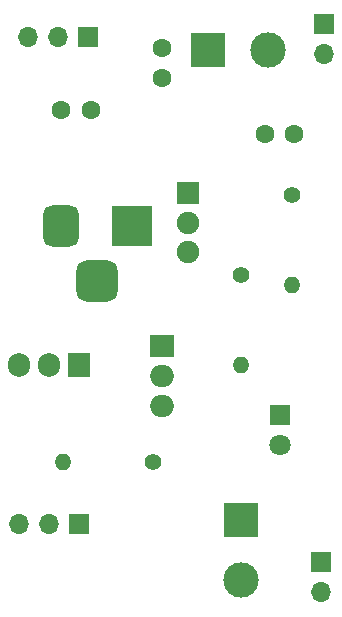
<source format=gbs>
%TF.GenerationSoftware,KiCad,Pcbnew,7.0.7*%
%TF.CreationDate,2024-08-02T14:57:20+08:00*%
%TF.ProjectId,Breadboard_power_supply,42726561-6462-46f6-9172-645f706f7765,rev?*%
%TF.SameCoordinates,Original*%
%TF.FileFunction,Soldermask,Bot*%
%TF.FilePolarity,Negative*%
%FSLAX46Y46*%
G04 Gerber Fmt 4.6, Leading zero omitted, Abs format (unit mm)*
G04 Created by KiCad (PCBNEW 7.0.7) date 2024-08-02 14:57:20*
%MOMM*%
%LPD*%
G01*
G04 APERTURE LIST*
G04 Aperture macros list*
%AMRoundRect*
0 Rectangle with rounded corners*
0 $1 Rounding radius*
0 $2 $3 $4 $5 $6 $7 $8 $9 X,Y pos of 4 corners*
0 Add a 4 corners polygon primitive as box body*
4,1,4,$2,$3,$4,$5,$6,$7,$8,$9,$2,$3,0*
0 Add four circle primitives for the rounded corners*
1,1,$1+$1,$2,$3*
1,1,$1+$1,$4,$5*
1,1,$1+$1,$6,$7*
1,1,$1+$1,$8,$9*
0 Add four rect primitives between the rounded corners*
20,1,$1+$1,$2,$3,$4,$5,0*
20,1,$1+$1,$4,$5,$6,$7,0*
20,1,$1+$1,$6,$7,$8,$9,0*
20,1,$1+$1,$8,$9,$2,$3,0*%
G04 Aperture macros list end*
%ADD10R,1.700000X1.700000*%
%ADD11O,1.700000X1.700000*%
%ADD12R,2.000000X1.905000*%
%ADD13O,2.000000X1.905000*%
%ADD14C,1.400000*%
%ADD15O,1.400000X1.400000*%
%ADD16C,1.600000*%
%ADD17R,1.800000X1.800000*%
%ADD18C,1.800000*%
%ADD19R,3.000000X3.000000*%
%ADD20C,3.000000*%
%ADD21R,3.500000X3.500000*%
%ADD22RoundRect,0.750000X-0.750000X-1.000000X0.750000X-1.000000X0.750000X1.000000X-0.750000X1.000000X0*%
%ADD23RoundRect,0.875000X-0.875000X-0.875000X0.875000X-0.875000X0.875000X0.875000X-0.875000X0.875000X0*%
%ADD24R,1.900000X1.900000*%
%ADD25C,1.900000*%
%ADD26R,1.905000X2.000000*%
%ADD27O,1.905000X2.000000*%
G04 APERTURE END LIST*
D10*
%TO.C,J4*%
X125290000Y-131500000D03*
D11*
X122750000Y-131500000D03*
X120210000Y-131500000D03*
%TD*%
D12*
%TO.C,U2*%
X132250000Y-116460000D03*
D13*
X132250000Y-119000000D03*
X132250000Y-121540000D03*
%TD*%
D14*
%TO.C,R1*%
X131560000Y-126250000D03*
D15*
X123940000Y-126250000D03*
%TD*%
D16*
%TO.C,C1*%
X141000000Y-98500000D03*
X143500000Y-98500000D03*
%TD*%
D10*
%TO.C,J2*%
X145746000Y-134750000D03*
D11*
X145746000Y-137290000D03*
%TD*%
D14*
%TO.C,R2*%
X139000000Y-110440000D03*
D15*
X139000000Y-118060000D03*
%TD*%
D10*
%TO.C,J3*%
X126025000Y-90250000D03*
D11*
X123485000Y-90250000D03*
X120945000Y-90250000D03*
%TD*%
D17*
%TO.C,D1*%
X142250000Y-122250000D03*
D18*
X142250000Y-124790000D03*
%TD*%
D14*
%TO.C,R3*%
X143250000Y-103690000D03*
D15*
X143250000Y-111310000D03*
%TD*%
D19*
%TO.C,J7*%
X139000000Y-131210000D03*
D20*
X139000000Y-136290000D03*
%TD*%
D16*
%TO.C,C3*%
X123750000Y-96500000D03*
X126250000Y-96500000D03*
%TD*%
%TO.C,C2*%
X132250000Y-91250000D03*
X132250000Y-93750000D03*
%TD*%
D19*
%TO.C,J5*%
X136210000Y-91394000D03*
D20*
X141290000Y-91394000D03*
%TD*%
D21*
%TO.C,J6*%
X129750000Y-106250000D03*
D22*
X123750000Y-106250000D03*
D23*
X126750000Y-110950000D03*
%TD*%
D24*
%TO.C,S1*%
X134500000Y-103500000D03*
D25*
X134500000Y-106000000D03*
X134500000Y-108500000D03*
%TD*%
D26*
%TO.C,U1*%
X125290000Y-118055000D03*
D27*
X122750000Y-118055000D03*
X120210000Y-118055000D03*
%TD*%
D10*
%TO.C,J1*%
X146000000Y-89210000D03*
D11*
X146000000Y-91750000D03*
%TD*%
M02*

</source>
